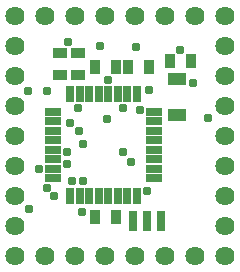
<source format=gts>
G75*
G70*
%OFA0B0*%
%FSLAX24Y24*%
%IPPOS*%
%LPD*%
%AMOC8*
5,1,8,0,0,1.08239X$1,22.5*
%
%ADD10R,0.0260X0.0540*%
%ADD11R,0.0540X0.0260*%
%ADD12R,0.0512X0.0355*%
%ADD13R,0.0355X0.0512*%
%ADD14R,0.0316X0.0709*%
%ADD15C,0.0640*%
%ADD16R,0.0631X0.0434*%
%ADD17C,0.0310*%
D10*
X002469Y003236D03*
X002784Y003236D03*
X003099Y003236D03*
X003414Y003236D03*
X003729Y003236D03*
X004044Y003236D03*
X004359Y003236D03*
X004674Y003236D03*
X004674Y006616D03*
X004359Y006616D03*
X004044Y006616D03*
X003729Y006616D03*
X003414Y006616D03*
X003099Y006616D03*
X002784Y006616D03*
X002469Y006616D03*
D11*
X001882Y006029D03*
X001882Y005714D03*
X001882Y005399D03*
X001882Y005084D03*
X001882Y004769D03*
X001882Y004454D03*
X001882Y004139D03*
X001882Y003824D03*
X005262Y003824D03*
X005262Y004139D03*
X005262Y004454D03*
X005262Y004769D03*
X005262Y005084D03*
X005262Y005399D03*
X005262Y005714D03*
X005262Y006029D03*
D12*
X002732Y007272D03*
X002732Y007981D03*
X002132Y007981D03*
X002132Y007272D03*
D13*
X003277Y007526D03*
X003986Y007526D03*
X004377Y007526D03*
X005086Y007526D03*
X005777Y007726D03*
X006486Y007726D03*
X003986Y002526D03*
X003277Y002526D03*
D14*
X004559Y002386D03*
X005032Y002386D03*
X005504Y002386D03*
D15*
X000632Y001226D03*
X000632Y002226D03*
X000632Y003226D03*
X000632Y004226D03*
X000632Y005226D03*
X000632Y006226D03*
X000632Y007226D03*
X000632Y008226D03*
X000632Y009226D03*
X001632Y009226D03*
X002632Y009226D03*
X003632Y009226D03*
X004632Y009226D03*
X005632Y009226D03*
X006632Y009226D03*
X007632Y009226D03*
X007632Y008226D03*
X007632Y007226D03*
X007632Y006226D03*
X007632Y005226D03*
X007632Y004226D03*
X007632Y003226D03*
X007632Y002226D03*
X007632Y001226D03*
X006632Y001226D03*
X005632Y001226D03*
X004632Y001226D03*
X003632Y001226D03*
X002632Y001226D03*
X001632Y001226D03*
D16*
X006032Y005936D03*
X006032Y007117D03*
D17*
X006542Y006996D03*
X006132Y008086D03*
X005072Y006766D03*
X004792Y006106D03*
X004212Y006146D03*
X003682Y005806D03*
X002872Y004956D03*
X002752Y005386D03*
X002462Y005656D03*
X002732Y006146D03*
X003712Y007086D03*
X003452Y008216D03*
X002372Y008366D03*
X001672Y006726D03*
X001052Y006726D03*
X002352Y004686D03*
X002352Y004306D03*
X002522Y003716D03*
X002872Y003716D03*
X002852Y002706D03*
X001932Y003226D03*
X001692Y003486D03*
X001412Y004126D03*
X001092Y002806D03*
X004212Y004686D03*
X004472Y004366D03*
X005012Y003406D03*
X007052Y005826D03*
X004642Y008206D03*
M02*

</source>
